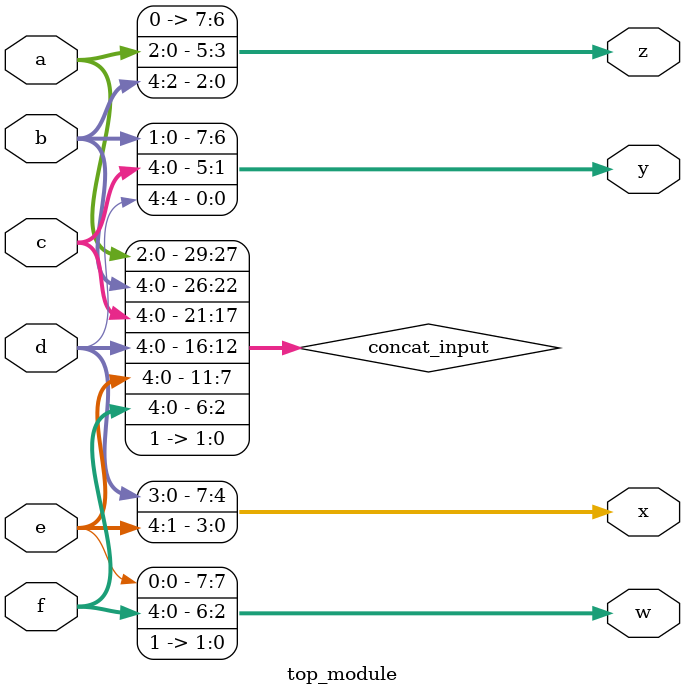
<source format=sv>
module top_module (
    input [4:0] a,
    input [4:0] b,
    input [4:0] c,
    input [4:0] d,
    input [4:0] e,
    input [4:0] f,
    output [7:0] w,
    output [7:0] x,
    output [7:0] y,
    output [7:0] z
);

wire [29:0] concat_input;

assign concat_input = {a, b, c, d, e, f, 2'b11};
assign w = concat_input[7:0];
assign x = concat_input[15:8];
assign y = concat_input[23:16];
assign z = {4'b0000, concat_input[29:24]};

endmodule

</source>
